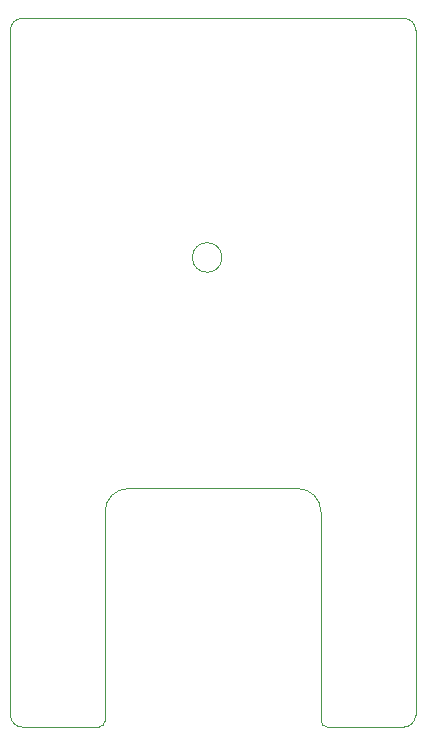
<source format=gbr>
%TF.GenerationSoftware,KiCad,Pcbnew,9.0.0*%
%TF.CreationDate,2025-03-15T20:57:12+01:00*%
%TF.ProjectId,RoomUnit_MQTT_PCB,526f6f6d-556e-4697-945f-4d5154545f50,rev?*%
%TF.SameCoordinates,Original*%
%TF.FileFunction,Profile,NP*%
%FSLAX46Y46*%
G04 Gerber Fmt 4.6, Leading zero omitted, Abs format (unit mm)*
G04 Created by KiCad (PCBNEW 9.0.0) date 2025-03-15 20:57:12*
%MOMM*%
%LPD*%
G01*
G04 APERTURE LIST*
%TA.AperFunction,Profile*%
%ADD10C,0.050000*%
%TD*%
G04 APERTURE END LIST*
D10*
X151000000Y-40000000D02*
X183300000Y-40000000D01*
X150000000Y-41000000D02*
G75*
G02*
X151000000Y-40000000I1000000J0D01*
G01*
X176300000Y-81800000D02*
X176300000Y-99500000D01*
X174300000Y-79800000D02*
G75*
G02*
X176300000Y-81800000I0J-2000000D01*
G01*
X184300000Y-41000000D02*
X184300000Y-99000000D01*
X158000000Y-81800000D02*
G75*
G02*
X160000000Y-79800000I2000000J0D01*
G01*
X160000000Y-79800000D02*
X174300000Y-79800000D01*
X150000000Y-99000000D02*
X150000000Y-41000000D01*
X158000000Y-99500000D02*
X158000000Y-81800000D01*
X183300000Y-40000000D02*
G75*
G02*
X184300000Y-41000000I0J-1000000D01*
G01*
X167900000Y-60250000D02*
G75*
G02*
X165400000Y-60250000I-1250000J0D01*
G01*
X165400000Y-60250000D02*
G75*
G02*
X167900000Y-60250000I1250000J0D01*
G01*
X158000000Y-99500000D02*
G75*
G02*
X157500000Y-100000000I-500000J0D01*
G01*
X184300000Y-99000000D02*
G75*
G02*
X183300000Y-100000000I-1000000J0D01*
G01*
X151000000Y-100000000D02*
G75*
G02*
X150000000Y-99000000I0J1000000D01*
G01*
X151000000Y-100000000D02*
X157500000Y-100000000D01*
X176800000Y-100000000D02*
X183300000Y-100000000D01*
X176800000Y-100000000D02*
G75*
G02*
X176300000Y-99500000I0J500000D01*
G01*
M02*

</source>
